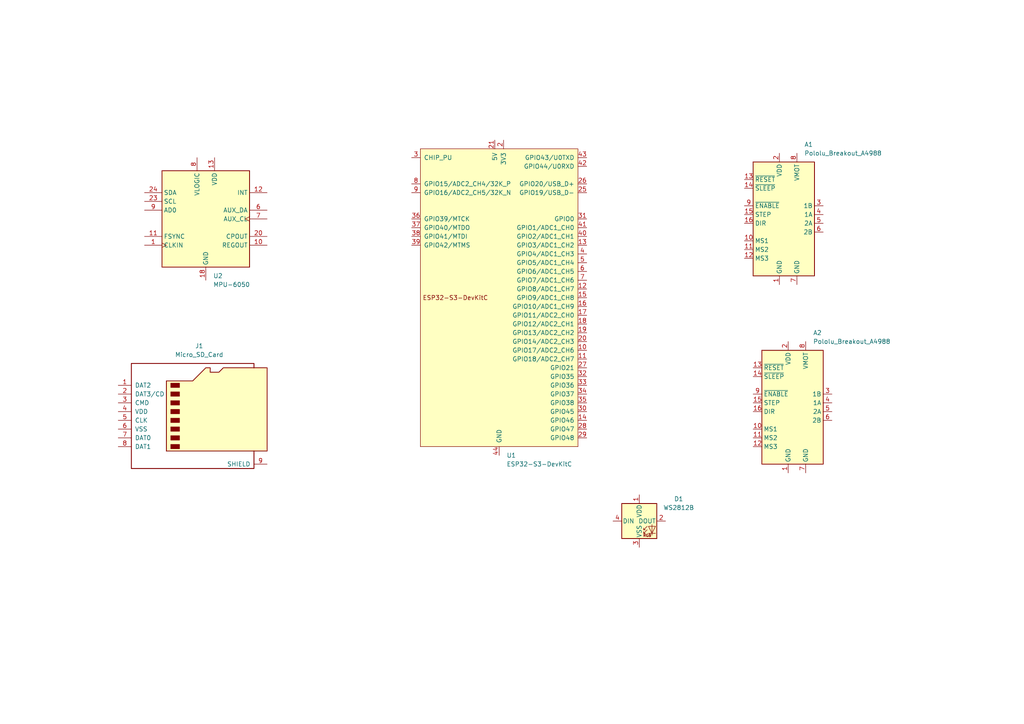
<source format=kicad_sch>
(kicad_sch (version 20250114) (generator "eeschema") (generator_version "9.0")
  (paper "A4")
  (lib_symbols
    (symbol "Connector:Micro_SD_Card" (pin_names (offset 1.016))
      (property "Reference" "J" (at -16.51 15.24 0))
      (property "Value" "Micro_SD_Card" (at 16.51 15.24 0))
      (symbol "Micro_SD_Card_0_1"
        (polyline (pts (xy -8.89 -11.43) (xy -8.89 8.89) (xy -1.27 8.89) (xy 2.54 12.7) (xy 3.81 12.7) (xy 3.81 11.43) (xy 6.35 11.43) (xy 7.62 12.7) (xy 20.32 12.7) (xy 20.32 -11.43) (xy -8.89 -11.43)) (stroke (width 0.254)) (fill (type background)))
        (rectangle (start -7.62 8.255) (end -5.08 6.985) (fill (type outline)))
        (rectangle (start -7.62 5.715) (end -5.08 4.445) (fill (type outline)))
        (rectangle (start -7.62 3.175) (end -5.08 1.905) (fill (type outline)))
        (rectangle (start -7.62 0.635) (end -5.08 -0.635) (fill (type outline)))
        (rectangle (start -7.62 -1.905) (end -5.08 -3.175) (fill (type outline)))
        (rectangle (start -7.62 -4.445) (end -5.08 -5.715) (fill (type outline)))
        (rectangle (start -7.62 -6.985) (end -5.08 -8.255) (fill (type outline)))
        (rectangle (start -7.62 -9.525) (end -5.08 -10.795) (fill (type outline)))
        (polyline (pts (xy 16.51 12.7) (xy 16.51 13.97) (xy -19.05 13.97) (xy -19.05 -16.51) (xy 16.51 -16.51) (xy 16.51 -11.43)) (stroke (width 0.254)))
      )
      (symbol "Micro_SD_Card_1_1"
        (pin bidirectional line (at -22.86 7.62 0) (length 3.81) (name "DAT2") (number "1"))
        (pin bidirectional line (at -22.86 5.08 0) (length 3.81) (name "DAT3/CD") (number "2"))
        (pin input line (at -22.86 2.54 0) (length 3.81) (name "CMD") (number "3"))
        (pin power_in line (at -22.86 0 0) (length 3.81) (name "VDD") (number "4"))
        (pin input line (at -22.86 -2.54 0) (length 3.81) (name "CLK") (number "5"))
        (pin power_in line (at -22.86 -5.08 0) (length 3.81) (name "VSS") (number "6"))
        (pin bidirectional line (at -22.86 -7.62 0) (length 3.81) (name "DAT0") (number "7"))
        (pin bidirectional line (at -22.86 -10.16 0) (length 3.81) (name "DAT1") (number "8"))
        (pin passive line (at 20.32 -15.24 180) (length 3.81) (name "SHIELD") (number "9"))
      )
    )
    (symbol "Driver_Motor:Pololu_Breakout_A4988"
      (property "Reference" "A" (at -2.54 19.05 0))
      (property "Value" "Pololu_Breakout_A4988" (at -2.54 16.51 0))
      (symbol "Pololu_Breakout_A4988_0_1"
        (rectangle (start 10.16 -17.78) (end -7.62 15.24) (stroke (width 0.254)) (fill (type background)))
      )
      (symbol "Pololu_Breakout_A4988_1_1"
        (pin input line (at -10.16 10.16 0) (length 2.54) (name "~{RESET}") (number "13"))
        (pin input line (at -10.16 7.62 0) (length 2.54) (name "~{SLEEP}") (number "14"))
        (pin input line (at -10.16 2.54 0) (length 2.54) (name "~{ENABLE}") (number "9"))
        (pin input line (at -10.16 0 0) (length 2.54) (name "STEP") (number "15"))
        (pin input line (at -10.16 -2.54 0) (length 2.54) (name "DIR") (number "16"))
        (pin input line (at -10.16 -7.62 0) (length 2.54) (name "MS1") (number "10"))
        (pin input line (at -10.16 -10.16 0) (length 2.54) (name "MS2") (number "11"))
        (pin input line (at -10.16 -12.7 0) (length 2.54) (name "MS3") (number "12"))
        (pin power_in line (at 0 17.78 270) (length 2.54) (name "VDD") (number "2"))
        (pin power_in line (at 0 -20.32 90) (length 2.54) (name "GND") (number "1"))
        (pin power_in line (at 5.08 17.78 270) (length 2.54) (name "VMOT") (number "8"))
        (pin power_in line (at 5.08 -20.32 90) (length 2.54) (name "GND") (number "7"))
        (pin output line (at 12.7 2.54 180) (length 2.54) (name "1B") (number "3"))
        (pin output line (at 12.7 0 180) (length 2.54) (name "1A") (number "4"))
        (pin output line (at 12.7 -2.54 180) (length 2.54) (name "2A") (number "5"))
        (pin output line (at 12.7 -5.08 180) (length 2.54) (name "2B") (number "6"))
      )
    )
    (symbol "LED:WS2812B" (pin_names (offset 0.254))
      (property "Reference" "D" (at 5.08 5.715 0))
      (property "Value" "WS2812B" (at 1.27 -5.715 0))
      (symbol "WS2812B_0_0"
        (text "RGB" (at 2.286 -4.191 0) (effects (font (size 0.762 0.762))))
      )
      (symbol "WS2812B_0_1"
        (polyline (pts (xy 1.27 -2.54) (xy 1.778 -2.54)))
        (polyline (pts (xy 1.27 -3.556) (xy 1.778 -3.556)))
        (polyline (pts (xy 2.286 -1.524) (xy 1.27 -2.54) (xy 1.27 -2.032)))
        (polyline (pts (xy 2.286 -2.54) (xy 1.27 -3.556) (xy 1.27 -3.048)))
        (polyline (pts (xy 3.683 -1.016) (xy 3.683 -3.556) (xy 3.683 -4.064)))
        (polyline (pts (xy 4.699 -1.524) (xy 2.667 -1.524) (xy 3.683 -3.556) (xy 4.699 -1.524)))
        (polyline (pts (xy 4.699 -3.556) (xy 2.667 -3.556)))
        (rectangle (start 5.08 5.08) (end -5.08 -5.08) (stroke (width 0.254)) (fill (type background)))
      )
      (symbol "WS2812B_1_1"
        (pin input line (at -7.62 0 0) (length 2.54) (name "DIN") (number "4"))
        (pin power_in line (at 0 7.62 270) (length 2.54) (name "VDD") (number "1"))
        (pin power_in line (at 0 -7.62 90) (length 2.54) (name "VSS") (number "3"))
        (pin output line (at 7.62 0 180) (length 2.54) (name "DOUT") (number "2"))
      )
    )
    (symbol "PCM_Espressif:ESP32-S3-DevKitC" (pin_names (offset 1.016))
      (property "Reference" "U" (at -22.86 48.26 0))
      (property "Value" "ESP32-S3-DevKitC" (at -22.86 45.72 0))
      (symbol "ESP32-S3-DevKitC_0_0"
        (text "ESP32-S3-DevKitC" (at -12.7 0 0) (effects (font (size 1.27 1.27))))
        (pin bidirectional line (at -25.4 15.24 0) (length 2.54) (name "GPIO42/MTMS") (number "39"))
        (pin power_in line (at 0 -45.72 90) (length 2.54) (name "GND") (number "44"))
        (pin bidirectional line (at 25.4 40.64 180) (length 2.54) (name "GPIO43/U0TXD") (number "43"))
        (pin bidirectional line (at 25.4 38.1 180) (length 2.54) (name "GPIO44/U0RXD") (number "42"))
        (pin bidirectional line (at 25.4 20.32 180) (length 2.54) (name "GPIO1/ADC1_CH0") (number "41"))
        (pin bidirectional line (at 25.4 17.78 180) (length 2.54) (name "GPIO2/ADC1_CH1") (number "40"))
        (pin bidirectional line (at 25.4 -10.16 180) (length 2.54) (name "GPIO13/ADC2_CH2") (number "19"))
        (pin bidirectional line (at 25.4 -35.56 180) (length 2.54) (name "GPIO46") (number "14"))
      )
      (symbol "ESP32-S3-DevKitC_0_1"
        (rectangle (start -22.86 43.18) (end 22.86 -43.18) (fill (type background)))
        (pin power_in line (at 1.27 45.72 270) (length 2.54) (name "3V3") (number "2"))
      )
      (symbol "ESP32-S3-DevKitC_1_1"
        (pin input line (at -25.4 40.64 0) (length 2.54) (name "CHIP_PU") (number "3"))
        (pin bidirectional line (at -25.4 33.02 0) (length 2.54) (name "GPIO15/ADC2_CH4/32K_P") (number "8"))
        (pin bidirectional line (at -25.4 30.48 0) (length 2.54) (name "GPIO16/ADC2_CH5/32K_N") (number "9"))
        (pin bidirectional line (at -25.4 22.86 0) (length 2.54) (name "GPIO39/MTCK") (number "36"))
        (pin bidirectional line (at -25.4 20.32 0) (length 2.54) (name "GPIO40/MTDO") (number "37"))
        (pin bidirectional line (at -25.4 17.78 0) (length 2.54) (name "GPIO41/MTDI") (number "38"))
        (pin power_in line (at -1.27 45.72 270) (length 2.54) (name "5V") (number "21"))
        (pin passive line (at 0 -45.72 90) (length 2.54) (hide yes) (name "GND") (number "22"))
        (pin passive line (at 0 -45.72 90) (length 2.54) (hide yes) (name "GND") (number "23"))
        (pin passive line (at 0 -45.72 90) (length 2.54) (hide yes) (name "GND") (number "24"))
        (pin passive line (at 1.27 45.72 270) (length 2.54) (hide yes) (name "3V3") (number "1"))
        (pin bidirectional line (at 25.4 33.02 180) (length 2.54) (name "GPIO20/USB_D+") (number "26"))
        (pin bidirectional line (at 25.4 30.48 180) (length 2.54) (name "GPIO19/USB_D-") (number "25"))
        (pin bidirectional line (at 25.4 22.86 180) (length 2.54) (name "GPIO0") (number "31"))
        (pin bidirectional line (at 25.4 15.24 180) (length 2.54) (name "GPIO3/ADC1_CH2") (number "13"))
        (pin bidirectional line (at 25.4 12.7 180) (length 2.54) (name "GPIO4/ADC1_CH3") (number "4"))
        (pin bidirectional line (at 25.4 10.16 180) (length 2.54) (name "GPIO5/ADC1_CH4") (number "5"))
        (pin bidirectional line (at 25.4 7.62 180) (length 2.54) (name "GPIO6/ADC1_CH5") (number "6"))
        (pin bidirectional line (at 25.4 5.08 180) (length 2.54) (name "GPIO7/ADC1_CH6") (number "7"))
        (pin bidirectional line (at 25.4 2.54 180) (length 2.54) (name "GPIO8/ADC1_CH7") (number "12"))
        (pin bidirectional line (at 25.4 0 180) (length 2.54) (name "GPIO9/ADC1_CH8") (number "15"))
        (pin bidirectional line (at 25.4 -2.54 180) (length 2.54) (name "GPIO10/ADC1_CH9") (number "16"))
        (pin bidirectional line (at 25.4 -5.08 180) (length 2.54) (name "GPIO11/ADC2_CH0") (number "17"))
        (pin bidirectional line (at 25.4 -7.62 180) (length 2.54) (name "GPIO12/ADC2_CH1") (number "18"))
        (pin bidirectional line (at 25.4 -12.7 180) (length 2.54) (name "GPIO14/ADC2_CH3") (number "20"))
        (pin bidirectional line (at 25.4 -15.24 180) (length 2.54) (name "GPIO17/ADC2_CH6") (number "10"))
        (pin bidirectional line (at 25.4 -17.78 180) (length 2.54) (name "GPIO18/ADC2_CH7") (number "11"))
        (pin bidirectional line (at 25.4 -20.32 180) (length 2.54) (name "GPIO21") (number "27"))
        (pin bidirectional line (at 25.4 -22.86 180) (length 2.54) (name "GPIO35") (number "32"))
        (pin bidirectional line (at 25.4 -25.4 180) (length 2.54) (name "GPIO36") (number "33"))
        (pin bidirectional line (at 25.4 -27.94 180) (length 2.54) (name "GPIO37") (number "34"))
        (pin bidirectional line (at 25.4 -30.48 180) (length 2.54) (name "GPIO38") (number "35"))
        (pin bidirectional line (at 25.4 -33.02 180) (length 2.54) (name "GPIO45") (number "30"))
        (pin bidirectional line (at 25.4 -38.1 180) (length 2.54) (name "GPIO47") (number "28"))
        (pin bidirectional line (at 25.4 -40.64 180) (length 2.54) (name "GPIO48") (number "29"))
      )
    )
    (symbol "Sensor_Motion:MPU-6050"
      (property "Reference" "U" (at -11.43 13.97 0))
      (property "Value" "MPU-6050" (at 7.62 -15.24 0))
      (symbol "MPU-6050_0_1"
        (rectangle (start -12.7 13.97) (end 12.7 -13.97) (stroke (width 0.254)) (fill (type background)))
      )
      (symbol "MPU-6050_1_1"
        (pin bidirectional line (at -17.78 7.62 0) (length 5.08) (name "SDA") (number "24"))
        (pin input line (at -17.78 5.08 0) (length 5.08) (name "SCL") (number "23"))
        (pin input line (at -17.78 2.54 0) (length 5.08) (name "AD0") (number "9"))
        (pin input line (at -17.78 -5.08 0) (length 5.08) (name "FSYNC") (number "11"))
        (pin input clock (at -17.78 -7.62 0) (length 5.08) (name "CLKIN") (number "1"))
        (pin no_connect line (at -12.7 12.7 0) (length 2.54) (hide yes) (name "NC") (number "2"))
        (pin no_connect line (at -12.7 10.16 0) (length 2.54) (hide yes) (name "NC") (number "3"))
        (pin no_connect line (at -12.7 0 0) (length 2.54) (hide yes) (name "NC") (number "4"))
        (pin no_connect line (at -12.7 -2.54 0) (length 2.54) (hide yes) (name "NC") (number "5"))
        (pin no_connect line (at -12.7 -10.16 0) (length 2.54) (hide yes) (name "NC") (number "14"))
        (pin power_in line (at -2.54 17.78 270) (length 3.81) (name "VLOGIC") (number "8"))
        (pin power_in line (at 0 -17.78 90) (length 3.81) (name "GND") (number "18"))
        (pin power_in line (at 2.54 17.78 270) (length 3.81) (name "VDD") (number "13"))
        (pin no_connect line (at 12.7 12.7 180) (length 2.54) (hide yes) (name "NC") (number "15"))
        (pin no_connect line (at 12.7 10.16 180) (length 2.54) (hide yes) (name "NC") (number "16"))
        (pin no_connect line (at 12.7 5.08 180) (length 2.54) (hide yes) (name "NC") (number "17"))
        (pin no_connect line (at 12.7 -2.54 180) (length 2.54) (hide yes) (name "RESV") (number "21"))
        (pin no_connect line (at 12.7 -10.16 180) (length 2.54) (hide yes) (name "RESV") (number "19"))
        (pin no_connect line (at 12.7 -12.7 180) (length 2.54) (hide yes) (name "RESV") (number "22"))
        (pin output line (at 17.78 7.62 180) (length 5.08) (name "INT") (number "12"))
        (pin bidirectional line (at 17.78 2.54 180) (length 5.08) (name "AUX_DA") (number "6"))
        (pin output clock (at 17.78 0 180) (length 5.08) (name "AUX_CL") (number "7"))
        (pin passive line (at 17.78 -5.08 180) (length 5.08) (name "CPOUT") (number "20"))
        (pin passive line (at 17.78 -7.62 180) (length 5.08) (name "REGOUT") (number "10"))
      )
    )
  )
  (symbol (lib_id "Sensor_Motion:MPU-6050") (at 59.69 63.5 0) (unit 1)
    (property "Reference" "U2" (at 61.8333 80.01 0) (effects (justify left)))
    (property "Value" "MPU-6050" (at 61.8333 82.55 0) (effects (justify left)))
    (property "Footprint" "Sensor_Motion:InvenSense_QFN-24_4x4mm_P0.5mm" (effects (hide yes)))
    (property "Datasheet" "https://invensense.tdk.com/wp-content/uploads/2015/02/MPU-6000-Datasheet1.pdf" (effects (hide yes)))
    (property "Description" "InvenSense 6-Axis Motion Sensor, Gyroscope, Accelerometer, I2C" (effects (hide yes)))
  )
  (symbol (lib_id "Driver_Motor:Pololu_Breakout_A4988") (at 228.6 116.84 0) (unit 1)
    (property "Reference" "A2" (at 235.8233 96.52 0) (effects (justify left)))
    (property "Value" "Pololu_Breakout_A4988" (at 235.8233 99.06 0) (effects (justify left)))
    (property "Footprint" "Module:Pololu_Breakout-16_15.2x20.3mm" (effects (hide yes)))
    (property "Datasheet" "https://www.pololu.com/product/2980/pictures" (effects (hide yes)))
    (property "Description" "Pololu Breakout Board, Stepper Driver A4988" (effects (hide yes)))
  )
  (symbol (lib_id "PCM_Espressif:ESP32-S3-DevKitC") (at 144.78 86.36 0) (unit 1)
    (property "Reference" "U1" (at 146.9233 132.08 0) (effects (justify left)))
    (property "Value" "ESP32-S3-DevKitC" (at 146.9233 134.62 0) (effects (justify left)))
    (property "Footprint" "PCM_Espressif:ESP32-S3-DevKitC" (effects (hide yes)))
    (property "Description" "ESP32-S3-DevKitC" (effects (hide yes)))
  )
  (symbol (lib_id "Driver_Motor:Pololu_Breakout_A4988") (at 226.06 62.23 0) (unit 1)
    (property "Reference" "A1" (at 233.2833 41.91 0) (effects (justify left)))
    (property "Value" "Pololu_Breakout_A4988" (at 233.2833 44.45 0) (effects (justify left)))
    (property "Footprint" "Module:Pololu_Breakout-16_15.2x20.3mm" (effects (hide yes)))
    (property "Datasheet" "https://www.pololu.com/product/2980/pictures" (effects (hide yes)))
    (property "Description" "Pololu Breakout Board, Stepper Driver A4988" (effects (hide yes)))
  )
  (symbol (lib_id "LED:WS2812B") (at 185.42 151.13 0) (unit 1)
    (property "Reference" "D1" (at 196.85 144.7098 0))
    (property "Value" "WS2812B" (at 196.85 147.2498 0))
    (property "Footprint" "LED_SMD:LED_WS2812B_PLCC4_5.0x5.0mm_P3.2mm" (effects (hide yes)))
    (property "Datasheet" "https://cdn-shop.adafruit.com/datasheets/WS2812B.pdf" (effects (hide yes)))
    (property "Description" "RGB LED with integrated controller" (effects (hide yes)))
  )
  (symbol (lib_id "Connector:Micro_SD_Card") (at 57.15 119.38 0) (unit 1)
    (property "Reference" "J1" (at 57.785 100.33 0))
    (property "Value" "Micro_SD_Card" (at 57.785 102.87 0))
    (property "Datasheet" "https://www.we-online.com/components/products/datasheet/693072010801.pdf" (effects (hide yes)))
    (property "Description" "Micro SD Card Socket" (effects (hide yes)))
  )
)
</source>
